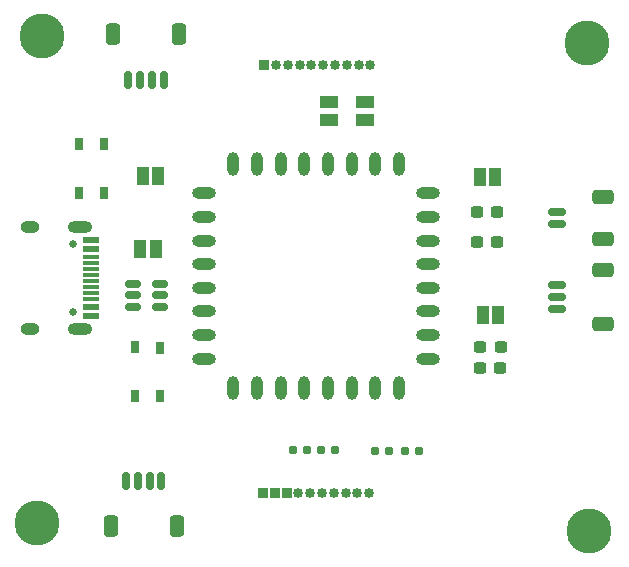
<source format=gbr>
%TF.GenerationSoftware,KiCad,Pcbnew,8.0.3*%
%TF.CreationDate,2024-10-14T16:47:46+01:00*%
%TF.ProjectId,nPM1300 kicad design,6e504d31-3330-4302-906b-696361642064,rev?*%
%TF.SameCoordinates,Original*%
%TF.FileFunction,Soldermask,Top*%
%TF.FilePolarity,Negative*%
%FSLAX46Y46*%
G04 Gerber Fmt 4.6, Leading zero omitted, Abs format (unit mm)*
G04 Created by KiCad (PCBNEW 8.0.3) date 2024-10-14 16:47:46*
%MOMM*%
%LPD*%
G01*
G04 APERTURE LIST*
G04 Aperture macros list*
%AMRoundRect*
0 Rectangle with rounded corners*
0 $1 Rounding radius*
0 $2 $3 $4 $5 $6 $7 $8 $9 X,Y pos of 4 corners*
0 Add a 4 corners polygon primitive as box body*
4,1,4,$2,$3,$4,$5,$6,$7,$8,$9,$2,$3,0*
0 Add four circle primitives for the rounded corners*
1,1,$1+$1,$2,$3*
1,1,$1+$1,$4,$5*
1,1,$1+$1,$6,$7*
1,1,$1+$1,$8,$9*
0 Add four rect primitives between the rounded corners*
20,1,$1+$1,$2,$3,$4,$5,0*
20,1,$1+$1,$4,$5,$6,$7,0*
20,1,$1+$1,$6,$7,$8,$9,0*
20,1,$1+$1,$8,$9,$2,$3,0*%
G04 Aperture macros list end*
%ADD10C,3.800000*%
%ADD11RoundRect,0.150000X0.625000X-0.150000X0.625000X0.150000X-0.625000X0.150000X-0.625000X-0.150000X0*%
%ADD12RoundRect,0.250000X0.650000X-0.350000X0.650000X0.350000X-0.650000X0.350000X-0.650000X-0.350000X0*%
%ADD13RoundRect,0.160000X-0.197500X-0.160000X0.197500X-0.160000X0.197500X0.160000X-0.197500X0.160000X0*%
%ADD14R,1.000000X1.500000*%
%ADD15RoundRect,0.237500X0.300000X0.237500X-0.300000X0.237500X-0.300000X-0.237500X0.300000X-0.237500X0*%
%ADD16R,0.650000X1.050000*%
%ADD17RoundRect,0.150000X0.150000X0.625000X-0.150000X0.625000X-0.150000X-0.625000X0.150000X-0.625000X0*%
%ADD18RoundRect,0.250000X0.350000X0.650000X-0.350000X0.650000X-0.350000X-0.650000X0.350000X-0.650000X0*%
%ADD19O,2.000000X1.000000*%
%ADD20O,1.000000X2.000000*%
%ADD21C,0.650000*%
%ADD22R,1.450000X0.600000*%
%ADD23R,1.450000X0.300000*%
%ADD24O,2.100000X1.000000*%
%ADD25O,1.600000X1.000000*%
%ADD26R,1.500000X1.100000*%
%ADD27RoundRect,0.150000X-0.150000X-0.625000X0.150000X-0.625000X0.150000X0.625000X-0.150000X0.625000X0*%
%ADD28RoundRect,0.250000X-0.350000X-0.650000X0.350000X-0.650000X0.350000X0.650000X-0.350000X0.650000X0*%
%ADD29RoundRect,0.150000X-0.512500X-0.150000X0.512500X-0.150000X0.512500X0.150000X-0.512500X0.150000X0*%
%ADD30R,0.850000X0.850000*%
%ADD31O,0.850000X0.850000*%
G04 APERTURE END LIST*
D10*
%TO.C,H1*%
X101700000Y-90100000D03*
%TD*%
D11*
%TO.C,J5*%
X145700000Y-64800000D03*
X145700000Y-63800000D03*
D12*
X149575000Y-66100000D03*
X149575000Y-62500000D03*
%TD*%
D13*
%TO.C,R4*%
X132802500Y-84000000D03*
X133997500Y-84000000D03*
%TD*%
D14*
%TO.C,JP4*%
X139150000Y-60800000D03*
X140450000Y-60800000D03*
%TD*%
%TO.C,JP1*%
X110600000Y-60700000D03*
X111900000Y-60700000D03*
%TD*%
D15*
%TO.C,C1*%
X140925000Y-75200000D03*
X139200000Y-75200000D03*
%TD*%
D14*
%TO.C,JP3*%
X110400000Y-66900000D03*
X111700000Y-66900000D03*
%TD*%
D16*
%TO.C,SW2*%
X105225000Y-62175000D03*
X105225000Y-58025000D03*
X107375000Y-62175000D03*
X107375000Y-58050000D03*
%TD*%
D14*
%TO.C,JP2*%
X139400000Y-72500000D03*
X140700000Y-72500000D03*
%TD*%
D10*
%TO.C,H3*%
X148400000Y-90800000D03*
%TD*%
D15*
%TO.C,C4*%
X140625000Y-63790000D03*
X138900000Y-63790000D03*
%TD*%
D10*
%TO.C,H2*%
X102100000Y-48900000D03*
%TD*%
D13*
%TO.C,R3*%
X130297500Y-84000000D03*
X131492500Y-84000000D03*
%TD*%
D15*
%TO.C,C3*%
X140625000Y-66300000D03*
X138900000Y-66300000D03*
%TD*%
D17*
%TO.C,J7*%
X112400000Y-52600000D03*
X111400000Y-52600000D03*
X110400000Y-52600000D03*
X109400000Y-52600000D03*
D18*
X113700000Y-48725000D03*
X108100000Y-48725000D03*
%TD*%
D10*
%TO.C,H4*%
X148200000Y-49500000D03*
%TD*%
D13*
%TO.C,R2*%
X125700000Y-83900000D03*
X126895000Y-83900000D03*
%TD*%
%TO.C,R1*%
X123300000Y-83900000D03*
X124495000Y-83900000D03*
%TD*%
D11*
%TO.C,J4*%
X145725000Y-72000000D03*
X145725000Y-71000000D03*
X145725000Y-70000000D03*
D12*
X149600000Y-73300000D03*
X149600000Y-68700000D03*
%TD*%
D15*
%TO.C,C2*%
X140887500Y-77000000D03*
X139162500Y-77000000D03*
%TD*%
D19*
%TO.C,U2*%
X115800000Y-62200000D03*
X115800000Y-64200000D03*
X115800000Y-66200000D03*
X115800000Y-68200000D03*
X115800000Y-70200000D03*
X115800000Y-72200000D03*
X115800000Y-74200000D03*
X115800000Y-76200000D03*
D20*
X118300000Y-78700000D03*
X120300000Y-78700000D03*
X122300000Y-78700000D03*
X124300000Y-78700000D03*
X126300000Y-78700000D03*
X128300000Y-78700000D03*
X130300000Y-78700000D03*
X132300000Y-78700000D03*
D19*
X134800000Y-76200000D03*
X134800000Y-74200000D03*
X134800000Y-72200000D03*
X134800000Y-70200000D03*
X134800000Y-68200000D03*
X134800000Y-66200000D03*
X134800000Y-64200000D03*
X134800000Y-62200000D03*
D20*
X132300000Y-59700000D03*
X130300000Y-59700000D03*
X128300000Y-59700000D03*
X126300000Y-59700000D03*
X124300000Y-59700000D03*
X122300000Y-59700000D03*
X120300000Y-59700000D03*
X118300000Y-59700000D03*
%TD*%
D21*
%TO.C,J1*%
X104750000Y-66490000D03*
X104750000Y-72270000D03*
D22*
X106195000Y-66130000D03*
X106195000Y-66930000D03*
D23*
X106195000Y-68130000D03*
X106195000Y-69130000D03*
X106195000Y-69630000D03*
X106195000Y-70630000D03*
D22*
X106195000Y-71830000D03*
X106195000Y-72630000D03*
X106195000Y-72630000D03*
X106195000Y-71830000D03*
D23*
X106195000Y-71130000D03*
X106195000Y-70130000D03*
X106195000Y-68630000D03*
X106195000Y-67630000D03*
D22*
X106195000Y-66930000D03*
X106195000Y-66130000D03*
D24*
X105280000Y-65060000D03*
D25*
X101100000Y-65060000D03*
D24*
X105280000Y-73700000D03*
D25*
X101100000Y-73700000D03*
%TD*%
D16*
%TO.C,SW1*%
X109950000Y-79400000D03*
X109950000Y-75250000D03*
X112100000Y-79400000D03*
X112100000Y-75275000D03*
%TD*%
D26*
%TO.C,D1*%
X126400000Y-54500000D03*
X129400000Y-54500000D03*
X129400000Y-56000000D03*
X126400000Y-56000000D03*
%TD*%
D27*
%TO.C,J6*%
X109200000Y-86525000D03*
X110200000Y-86525000D03*
X111200000Y-86525000D03*
X112200000Y-86525000D03*
D28*
X107900000Y-90400000D03*
X113500000Y-90400000D03*
%TD*%
D29*
%TO.C,U1*%
X109825000Y-69900000D03*
X109825000Y-70850000D03*
X109825000Y-71800000D03*
X112100000Y-71800000D03*
X112100000Y-70850000D03*
X112100000Y-69900000D03*
%TD*%
D30*
%TO.C,J2*%
X120800000Y-87600000D03*
X121800000Y-87600000D03*
X122800000Y-87600000D03*
D31*
X123800000Y-87600000D03*
X124800000Y-87600000D03*
X125800000Y-87600000D03*
X126800000Y-87600000D03*
X127800000Y-87600000D03*
X128800000Y-87600000D03*
X129800000Y-87600000D03*
%TD*%
D30*
%TO.C,J3*%
X120900000Y-51300000D03*
D31*
X121900000Y-51300000D03*
X122900000Y-51300000D03*
X123900000Y-51300000D03*
X124900000Y-51300000D03*
X125900000Y-51300000D03*
X126900000Y-51300000D03*
X127900000Y-51300000D03*
X128900000Y-51300000D03*
X129900000Y-51300000D03*
%TD*%
M02*

</source>
